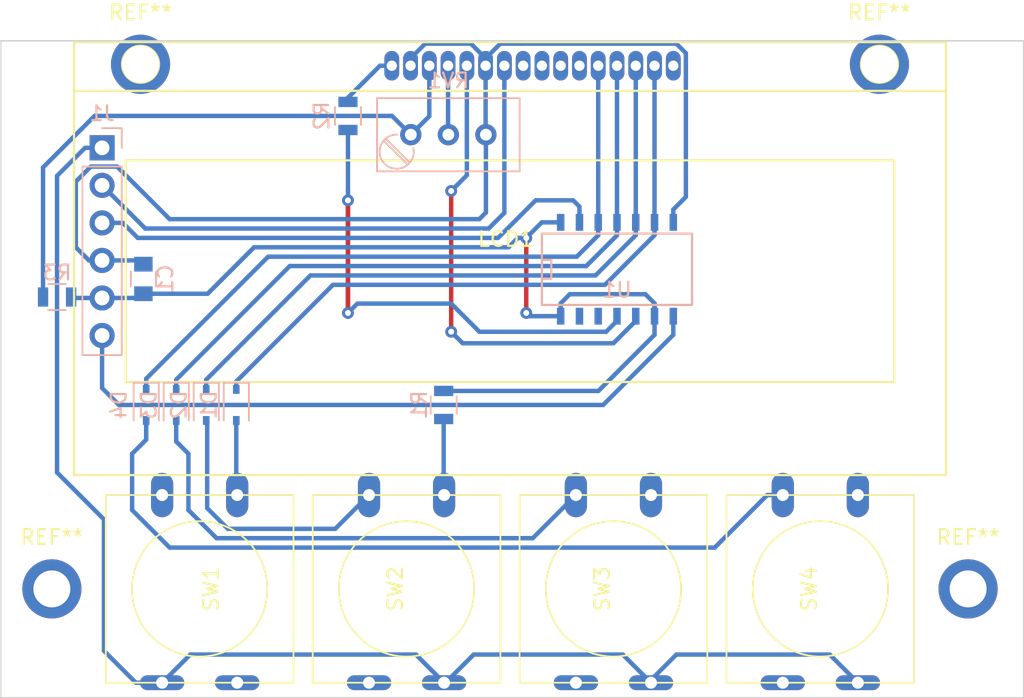
<source format=kicad_pcb>
(kicad_pcb (version 4) (host pcbnew 4.0.6-e0-6349~52~ubuntu16.10.1)

  (general
    (links 45)
    (no_connects 9)
    (area 192.491214 68.177 274.319786 115.567001)
    (thickness 1.6)
    (drawings 4)
    (tracks 180)
    (zones 0)
    (modules 20)
    (nets 27)
  )

  (page A4)
  (layers
    (0 F.Cu signal)
    (31 B.Cu signal)
    (32 B.Adhes user)
    (33 F.Adhes user hide)
    (34 B.Paste user)
    (35 F.Paste user)
    (36 B.SilkS user)
    (37 F.SilkS user)
    (38 B.Mask user hide)
    (39 F.Mask user hide)
    (40 Dwgs.User user hide)
    (41 Cmts.User user hide)
    (42 Eco1.User user hide)
    (43 Eco2.User user hide)
    (44 Edge.Cuts user)
    (45 Margin user hide)
    (46 B.CrtYd user hide)
    (47 F.CrtYd user hide)
    (48 B.Fab user hide)
    (49 F.Fab user hide)
  )

  (setup
    (last_trace_width 0.3)
    (user_trace_width 0.3)
    (trace_clearance 0.2)
    (zone_clearance 0.508)
    (zone_45_only no)
    (trace_min 0.2)
    (segment_width 0.1)
    (edge_width 0.1)
    (via_size 0.6)
    (via_drill 0.4)
    (via_min_size 0.4)
    (via_min_drill 0.3)
    (user_via 0.8 0.4)
    (uvia_size 0.3)
    (uvia_drill 0.1)
    (uvias_allowed no)
    (uvia_min_size 0.2)
    (uvia_min_drill 0.1)
    (pcb_text_width 0.3)
    (pcb_text_size 1.5 1.5)
    (mod_edge_width 0.15)
    (mod_text_size 1 1)
    (mod_text_width 0.15)
    (pad_size 3 1.5)
    (pad_drill 0.8128)
    (pad_to_mask_clearance 0.2)
    (aux_axis_origin 76.2 144.6)
    (grid_origin 76.2 144.6)
    (visible_elements FFFFFF7F)
    (pcbplotparams
      (layerselection 0x00030_80000001)
      (usegerberextensions false)
      (excludeedgelayer true)
      (linewidth 0.100000)
      (plotframeref false)
      (viasonmask false)
      (mode 1)
      (useauxorigin false)
      (hpglpennumber 1)
      (hpglpenspeed 20)
      (hpglpendiameter 15)
      (hpglpenoverlay 2)
      (psnegative false)
      (psa4output false)
      (plotreference true)
      (plotvalue true)
      (plotinvisibletext false)
      (padsonsilk false)
      (subtractmaskfromsilk false)
      (outputformat 4)
      (mirror false)
      (drillshape 0)
      (scaleselection 1)
      (outputdirectory ""))
  )

  (net 0 "")
  (net 1 +5V)
  (net 2 GND)
  (net 3 "Net-(D1-Pad1)")
  (net 4 "Net-(D1-Pad2)")
  (net 5 "Net-(D2-Pad1)")
  (net 6 "Net-(D2-Pad2)")
  (net 7 "Net-(D3-Pad1)")
  (net 8 "Net-(D3-Pad2)")
  (net 9 "Net-(D4-Pad1)")
  (net 10 "Net-(D4-Pad2)")
  (net 11 "Net-(J1-Pad1)")
  (net 12 "Net-(J1-Pad2)")
  (net 13 "Net-(J1-Pad3)")
  (net 14 "Net-(J1-Pad6)")
  (net 15 "Net-(LCD1-Pad1)")
  (net 16 "Net-(LCD1-Pad4)")
  (net 17 "Net-(LCD1-Pad5)")
  (net 18 "Net-(LCD1-Pad8)")
  (net 19 "Net-(LCD1-Pad9)")
  (net 20 "Net-(LCD1-Pad10)")
  (net 21 "Net-(LCD1-Pad11)")
  (net 22 "Net-(LCD1-Pad16)")
  (net 23 "Net-(U1-Pad12)")
  (net 24 "Net-(U1-Pad13)")
  (net 25 "Net-(LCD1-Pad3)")
  (net 26 "Net-(R2-Pad1)")

  (net_class Default "Это класс цепей по умолчанию."
    (clearance 0.2)
    (trace_width 0.25)
    (via_dia 0.6)
    (via_drill 0.4)
    (uvia_dia 0.3)
    (uvia_drill 0.1)
    (add_net +5V)
    (add_net GND)
    (add_net "Net-(D1-Pad1)")
    (add_net "Net-(D1-Pad2)")
    (add_net "Net-(D2-Pad1)")
    (add_net "Net-(D2-Pad2)")
    (add_net "Net-(D3-Pad1)")
    (add_net "Net-(D3-Pad2)")
    (add_net "Net-(D4-Pad1)")
    (add_net "Net-(D4-Pad2)")
    (add_net "Net-(J1-Pad1)")
    (add_net "Net-(J1-Pad2)")
    (add_net "Net-(J1-Pad3)")
    (add_net "Net-(J1-Pad6)")
    (add_net "Net-(LCD1-Pad1)")
    (add_net "Net-(LCD1-Pad10)")
    (add_net "Net-(LCD1-Pad11)")
    (add_net "Net-(LCD1-Pad16)")
    (add_net "Net-(LCD1-Pad3)")
    (add_net "Net-(LCD1-Pad4)")
    (add_net "Net-(LCD1-Pad5)")
    (add_net "Net-(LCD1-Pad8)")
    (add_net "Net-(LCD1-Pad9)")
    (add_net "Net-(R2-Pad1)")
    (add_net "Net-(U1-Pad12)")
    (add_net "Net-(U1-Pad13)")
  )

  (module Potentiometers:Potentiometer_Trimmer_Bourns_3296W (layer B.Cu) (tedit 58826ECB) (tstamp 59231BD2)
    (at 106.4895 105.865 180)
    (descr "Spindle Trimmer Potentiometer, Bourns 3296W, https://www.bourns.com/pdfs/3296.pdf")
    (tags "Spindle Trimmer Potentiometer   Bourns 3296W")
    (path /59236201)
    (fp_text reference RV1 (at -2.54 3.66 180) (layer B.SilkS)
      (effects (font (size 1 1) (thickness 0.15)) (justify mirror))
    )
    (fp_text value 10K (at -2.54 -3.67 180) (layer B.Fab)
      (effects (font (size 1 1) (thickness 0.15)) (justify mirror))
    )
    (fp_arc (start 0.955 -1.15) (end 0.955 -2.305) (angle 182) (layer B.SilkS) (width 0.12))
    (fp_arc (start 0.955 -1.15) (end -0.174 -0.91) (angle 103) (layer B.SilkS) (width 0.12))
    (fp_circle (center 0.955 -1.15) (end 2.05 -1.15) (layer B.Fab) (width 0.1))
    (fp_line (start -7.305 2.41) (end -7.305 -2.42) (layer B.Fab) (width 0.1))
    (fp_line (start -7.305 -2.42) (end 2.225 -2.42) (layer B.Fab) (width 0.1))
    (fp_line (start 2.225 -2.42) (end 2.225 2.41) (layer B.Fab) (width 0.1))
    (fp_line (start 2.225 2.41) (end -7.305 2.41) (layer B.Fab) (width 0.1))
    (fp_line (start 1.786 -0.454) (end 0.259 -1.981) (layer B.Fab) (width 0.1))
    (fp_line (start 1.652 -0.32) (end 0.125 -1.847) (layer B.Fab) (width 0.1))
    (fp_line (start -7.365 2.47) (end 2.285 2.47) (layer B.SilkS) (width 0.12))
    (fp_line (start -7.365 -2.481) (end 2.285 -2.481) (layer B.SilkS) (width 0.12))
    (fp_line (start -7.365 2.47) (end -7.365 -2.481) (layer B.SilkS) (width 0.12))
    (fp_line (start 2.285 2.47) (end 2.285 -2.481) (layer B.SilkS) (width 0.12))
    (fp_line (start 1.831 -0.416) (end 0.22 -2.026) (layer B.SilkS) (width 0.12))
    (fp_line (start 1.691 -0.275) (end 0.079 -1.885) (layer B.SilkS) (width 0.12))
    (fp_line (start -7.6 2.7) (end -7.6 -2.7) (layer B.CrtYd) (width 0.05))
    (fp_line (start -7.6 -2.7) (end 2.5 -2.7) (layer B.CrtYd) (width 0.05))
    (fp_line (start 2.5 -2.7) (end 2.5 2.7) (layer B.CrtYd) (width 0.05))
    (fp_line (start 2.5 2.7) (end -7.6 2.7) (layer B.CrtYd) (width 0.05))
    (pad 1 thru_hole circle (at 0 0 180) (size 1.44 1.44) (drill 0.8) (layers *.Cu *.Mask)
      (net 25 "Net-(LCD1-Pad3)"))
    (pad 2 thru_hole circle (at -2.54 0 180) (size 1.44 1.44) (drill 0.8) (layers *.Cu *.Mask)
      (net 16 "Net-(LCD1-Pad4)"))
    (pad 3 thru_hole circle (at -5.08 0 180) (size 1.44 1.44) (drill 0.8) (layers *.Cu *.Mask)
      (net 2 GND))
    (model Potentiometers.3dshapes/Potentiometer_Trimmer_Bourns_3296W.wrl
      (at (xyz 0 0 0))
      (scale (xyz 1 1 1))
      (rotate (xyz 0 0 -90))
    )
  )

  (module Socket_Strips:Socket_Strip_Straight_1x06_Pitch2.54mm (layer B.Cu) (tedit 58CD5446) (tstamp 59231B79)
    (at 85.598 106.754 180)
    (descr "Through hole straight socket strip, 1x06, 2.54mm pitch, single row")
    (tags "Through hole socket strip THT 1x06 2.54mm single row")
    (path /592164B0)
    (fp_text reference J1 (at 0 2.33 180) (layer B.SilkS)
      (effects (font (size 1 1) (thickness 0.15)) (justify mirror))
    )
    (fp_text value CONN_01X06 (at 0 -15.03 180) (layer B.Fab)
      (effects (font (size 1 1) (thickness 0.15)) (justify mirror))
    )
    (fp_line (start -1.27 1.27) (end -1.27 -13.97) (layer B.Fab) (width 0.1))
    (fp_line (start -1.27 -13.97) (end 1.27 -13.97) (layer B.Fab) (width 0.1))
    (fp_line (start 1.27 -13.97) (end 1.27 1.27) (layer B.Fab) (width 0.1))
    (fp_line (start 1.27 1.27) (end -1.27 1.27) (layer B.Fab) (width 0.1))
    (fp_line (start -1.33 -1.27) (end -1.33 -14.03) (layer B.SilkS) (width 0.12))
    (fp_line (start -1.33 -14.03) (end 1.33 -14.03) (layer B.SilkS) (width 0.12))
    (fp_line (start 1.33 -14.03) (end 1.33 -1.27) (layer B.SilkS) (width 0.12))
    (fp_line (start 1.33 -1.27) (end -1.33 -1.27) (layer B.SilkS) (width 0.12))
    (fp_line (start -1.33 0) (end -1.33 1.33) (layer B.SilkS) (width 0.12))
    (fp_line (start -1.33 1.33) (end 0 1.33) (layer B.SilkS) (width 0.12))
    (fp_line (start -1.8 1.8) (end -1.8 -14.5) (layer B.CrtYd) (width 0.05))
    (fp_line (start -1.8 -14.5) (end 1.8 -14.5) (layer B.CrtYd) (width 0.05))
    (fp_line (start 1.8 -14.5) (end 1.8 1.8) (layer B.CrtYd) (width 0.05))
    (fp_line (start 1.8 1.8) (end -1.8 1.8) (layer B.CrtYd) (width 0.05))
    (fp_text user %R (at 0 2.33 180) (layer B.Fab)
      (effects (font (size 1 1) (thickness 0.15)) (justify mirror))
    )
    (pad 1 thru_hole rect (at 0 0 180) (size 1.7 1.7) (drill 1) (layers *.Cu *.Mask)
      (net 11 "Net-(J1-Pad1)"))
    (pad 2 thru_hole oval (at 0 -2.54 180) (size 1.7 1.7) (drill 1) (layers *.Cu *.Mask)
      (net 12 "Net-(J1-Pad2)"))
    (pad 3 thru_hole oval (at 0 -5.08 180) (size 1.7 1.7) (drill 1) (layers *.Cu *.Mask)
      (net 13 "Net-(J1-Pad3)"))
    (pad 4 thru_hole oval (at 0 -7.62 180) (size 1.7 1.7) (drill 1) (layers *.Cu *.Mask)
      (net 2 GND))
    (pad 5 thru_hole oval (at 0 -10.16 180) (size 1.7 1.7) (drill 1) (layers *.Cu *.Mask)
      (net 1 +5V))
    (pad 6 thru_hole oval (at 0 -12.7 180) (size 1.7 1.7) (drill 1) (layers *.Cu *.Mask)
      (net 14 "Net-(J1-Pad6)"))
    (model ${KISYS3DMOD}/Socket_Strips.3dshapes/Socket_Strip_Straight_1x06_Pitch2.54mm.wrl
      (at (xyz 0 -0.25 0))
      (scale (xyz 1 1 1))
      (rotate (xyz 0 0 270))
    )
  )

  (module Buttons_Switches_THT:SW_PUSH-12mm locked (layer F.Cu) (tedit 5933F960) (tstamp 59231BDF)
    (at 92.2 136.6 270)
    (path /592306B6)
    (fp_text reference SW1 (at 0 -0.762 270) (layer F.SilkS)
      (effects (font (size 1 1) (thickness 0.15)))
    )
    (fp_text value MENU (at 0 1.016 270) (layer F.Fab)
      (effects (font (size 1 1) (thickness 0.15)))
    )
    (fp_circle (center 0 0) (end 3.81 2.54) (layer F.SilkS) (width 0.12))
    (fp_line (start -6.35 -6.35) (end 6.35 -6.35) (layer F.SilkS) (width 0.12))
    (fp_line (start 6.35 -6.35) (end 6.35 6.35) (layer F.SilkS) (width 0.12))
    (fp_line (start 6.35 6.35) (end -6.35 6.35) (layer F.SilkS) (width 0.12))
    (fp_line (start -6.35 6.35) (end -6.35 -6.35) (layer F.SilkS) (width 0.12))
    (pad 1 thru_hole oval (at 6.35 -2.54) (size 3 1) (drill 0.8128) (layers *.Cu *.Mask)
      (net 4 "Net-(D1-Pad2)"))
    (pad 2 thru_hole oval (at 6.35 2.54) (size 3 1) (drill 0.8128) (layers *.Cu *.Mask)
      (net 11 "Net-(J1-Pad1)"))
    (pad 1 thru_hole oval (at -6.35 -2.54 270) (size 3 1.5) (drill 0.8128) (layers *.Cu *.Mask)
      (net 4 "Net-(D1-Pad2)"))
    (pad 2 thru_hole oval (at -6.35 2.54 270) (size 3 1.5) (drill 0.8128) (layers *.Cu *.Mask)
      (net 11 "Net-(J1-Pad1)"))
    (model Buttons_Switches_THT.3dshapes/SW_PUSH-12mm.wrl
      (at (xyz 0 0 0))
      (scale (xyz 4 4 4))
      (rotate (xyz 0 0 0))
    )
  )

  (module Mounting_Holes:MountingHole_2.5mm_Pad (layer F.Cu) (tedit 59294DC0) (tstamp 59295173)
    (at 138.2 101.1)
    (descr "Mounting Hole 2.5mm")
    (tags "mounting hole 2.5mm")
    (fp_text reference REF** (at 0 -3.5) (layer F.SilkS)
      (effects (font (size 1 1) (thickness 0.15)))
    )
    (fp_text value MountingHole_2.5mm_Pad (at 0 3.5) (layer F.Fab)
      (effects (font (size 1 1) (thickness 0.15)))
    )
    (fp_circle (center 0 0) (end 2.5 0) (layer Cmts.User) (width 0.15))
    (fp_circle (center 0 0) (end 2.75 0) (layer F.CrtYd) (width 0.05))
    (pad 1 thru_hole circle (at 0 0) (size 4 4) (drill 2.5) (layers *.Cu *.Mask))
  )

  (module Mounting_Holes:MountingHole_2.5mm_Pad locked (layer F.Cu) (tedit 59294DC0) (tstamp 5929513E)
    (at 144.2 136.6)
    (descr "Mounting Hole 2.5mm")
    (tags "mounting hole 2.5mm")
    (fp_text reference REF** (at 0 -3.5) (layer F.SilkS)
      (effects (font (size 1 1) (thickness 0.15)))
    )
    (fp_text value MountingHole_2.5mm_Pad (at 0 3.5) (layer F.Fab)
      (effects (font (size 1 1) (thickness 0.15)))
    )
    (fp_circle (center 0 0) (end 2.5 0) (layer Cmts.User) (width 0.15))
    (fp_circle (center 0 0) (end 2.75 0) (layer F.CrtYd) (width 0.05))
    (pad 1 thru_hole circle (at 0 0) (size 4 4) (drill 2.5) (layers *.Cu *.Mask))
  )

  (module Mounting_Holes:MountingHole_2.5mm_Pad locked (layer F.Cu) (tedit 59294DC0) (tstamp 592950C0)
    (at 82.2 136.6)
    (descr "Mounting Hole 2.5mm")
    (tags "mounting hole 2.5mm")
    (fp_text reference REF** (at 0 -3.5) (layer F.SilkS)
      (effects (font (size 1 1) (thickness 0.15)))
    )
    (fp_text value MountingHole_2.5mm_Pad (at 0 3.5) (layer F.Fab)
      (effects (font (size 1 1) (thickness 0.15)))
    )
    (fp_circle (center 0 0) (end 2.5 0) (layer Cmts.User) (width 0.15))
    (fp_circle (center 0 0) (end 2.75 0) (layer F.CrtYd) (width 0.05))
    (pad 1 thru_hole circle (at 0 0) (size 4 4) (drill 2.5) (layers *.Cu *.Mask))
  )

  (module Capacitors_SMD:C_0805 (layer B.Cu) (tedit 58AA8463) (tstamp 59231B00)
    (at 88.392 115.628 90)
    (descr "Capacitor SMD 0805, reflow soldering, AVX (see smccp.pdf)")
    (tags "capacitor 0805")
    (path /592315F5)
    (attr smd)
    (fp_text reference C1 (at 0 1.5 90) (layer B.SilkS)
      (effects (font (size 1 1) (thickness 0.15)) (justify mirror))
    )
    (fp_text value 100n (at 0 -1.75 90) (layer B.Fab)
      (effects (font (size 1 1) (thickness 0.15)) (justify mirror))
    )
    (fp_text user %R (at 0 1.5 90) (layer B.Fab)
      (effects (font (size 1 1) (thickness 0.15)) (justify mirror))
    )
    (fp_line (start -1 -0.62) (end -1 0.62) (layer B.Fab) (width 0.1))
    (fp_line (start 1 -0.62) (end -1 -0.62) (layer B.Fab) (width 0.1))
    (fp_line (start 1 0.62) (end 1 -0.62) (layer B.Fab) (width 0.1))
    (fp_line (start -1 0.62) (end 1 0.62) (layer B.Fab) (width 0.1))
    (fp_line (start 0.5 0.85) (end -0.5 0.85) (layer B.SilkS) (width 0.12))
    (fp_line (start -0.5 -0.85) (end 0.5 -0.85) (layer B.SilkS) (width 0.12))
    (fp_line (start -1.75 0.88) (end 1.75 0.88) (layer B.CrtYd) (width 0.05))
    (fp_line (start -1.75 0.88) (end -1.75 -0.87) (layer B.CrtYd) (width 0.05))
    (fp_line (start 1.75 -0.87) (end 1.75 0.88) (layer B.CrtYd) (width 0.05))
    (fp_line (start 1.75 -0.87) (end -1.75 -0.87) (layer B.CrtYd) (width 0.05))
    (pad 1 smd rect (at -1 0 90) (size 1 1.25) (layers B.Cu B.Paste B.Mask)
      (net 1 +5V))
    (pad 2 smd rect (at 1 0 90) (size 1 1.25) (layers B.Cu B.Paste B.Mask)
      (net 2 GND))
    (model Capacitors_SMD.3dshapes/C_0805.wrl
      (at (xyz 0 0 0))
      (scale (xyz 1 1 1))
      (rotate (xyz 0 0 0))
    )
  )

  (module Diodes_SMD:D_SOD-323 (layer B.Cu) (tedit 58641739) (tstamp 59231B18)
    (at 94.6785 124.153 270)
    (descr SOD-323)
    (tags SOD-323)
    (path /59231249)
    (attr smd)
    (fp_text reference D1 (at 0 1.85 270) (layer B.SilkS)
      (effects (font (size 1 1) (thickness 0.15)) (justify mirror))
    )
    (fp_text value BAS316 (at 0.1 -1.9 270) (layer B.Fab)
      (effects (font (size 1 1) (thickness 0.15)) (justify mirror))
    )
    (fp_text user %R (at 0 1.85 270) (layer B.Fab)
      (effects (font (size 1 1) (thickness 0.15)) (justify mirror))
    )
    (fp_line (start -1.5 0.85) (end -1.5 -0.85) (layer B.SilkS) (width 0.12))
    (fp_line (start 0.2 0) (end 0.45 0) (layer B.Fab) (width 0.1))
    (fp_line (start 0.2 -0.35) (end -0.3 0) (layer B.Fab) (width 0.1))
    (fp_line (start 0.2 0.35) (end 0.2 -0.35) (layer B.Fab) (width 0.1))
    (fp_line (start -0.3 0) (end 0.2 0.35) (layer B.Fab) (width 0.1))
    (fp_line (start -0.3 0) (end -0.5 0) (layer B.Fab) (width 0.1))
    (fp_line (start -0.3 0.35) (end -0.3 -0.35) (layer B.Fab) (width 0.1))
    (fp_line (start -0.9 -0.7) (end -0.9 0.7) (layer B.Fab) (width 0.1))
    (fp_line (start 0.9 -0.7) (end -0.9 -0.7) (layer B.Fab) (width 0.1))
    (fp_line (start 0.9 0.7) (end 0.9 -0.7) (layer B.Fab) (width 0.1))
    (fp_line (start -0.9 0.7) (end 0.9 0.7) (layer B.Fab) (width 0.1))
    (fp_line (start -1.6 0.95) (end 1.6 0.95) (layer B.CrtYd) (width 0.05))
    (fp_line (start 1.6 0.95) (end 1.6 -0.95) (layer B.CrtYd) (width 0.05))
    (fp_line (start -1.6 -0.95) (end 1.6 -0.95) (layer B.CrtYd) (width 0.05))
    (fp_line (start -1.6 0.95) (end -1.6 -0.95) (layer B.CrtYd) (width 0.05))
    (fp_line (start -1.5 -0.85) (end 1.05 -0.85) (layer B.SilkS) (width 0.12))
    (fp_line (start -1.5 0.85) (end 1.05 0.85) (layer B.SilkS) (width 0.12))
    (pad 1 smd rect (at -1.05 0 270) (size 0.6 0.45) (layers B.Cu B.Paste B.Mask)
      (net 3 "Net-(D1-Pad1)"))
    (pad 2 smd rect (at 1.05 0 270) (size 0.6 0.45) (layers B.Cu B.Paste B.Mask)
      (net 4 "Net-(D1-Pad2)"))
    (model ${KISYS3DMOD}/Diodes_SMD.3dshapes/D_SOD-323.wrl
      (at (xyz 0 0 0))
      (scale (xyz 1 1 1))
      (rotate (xyz 0 0 0))
    )
  )

  (module Diodes_SMD:D_SOD-323 (layer B.Cu) (tedit 58641739) (tstamp 59231B30)
    (at 92.6465 124.153 270)
    (descr SOD-323)
    (tags SOD-323)
    (path /592311DB)
    (attr smd)
    (fp_text reference D2 (at 0 1.85 270) (layer B.SilkS)
      (effects (font (size 1 1) (thickness 0.15)) (justify mirror))
    )
    (fp_text value BAS316 (at 0.1 -1.9 270) (layer B.Fab)
      (effects (font (size 1 1) (thickness 0.15)) (justify mirror))
    )
    (fp_text user %R (at 0 1.85 270) (layer B.Fab)
      (effects (font (size 1 1) (thickness 0.15)) (justify mirror))
    )
    (fp_line (start -1.5 0.85) (end -1.5 -0.85) (layer B.SilkS) (width 0.12))
    (fp_line (start 0.2 0) (end 0.45 0) (layer B.Fab) (width 0.1))
    (fp_line (start 0.2 -0.35) (end -0.3 0) (layer B.Fab) (width 0.1))
    (fp_line (start 0.2 0.35) (end 0.2 -0.35) (layer B.Fab) (width 0.1))
    (fp_line (start -0.3 0) (end 0.2 0.35) (layer B.Fab) (width 0.1))
    (fp_line (start -0.3 0) (end -0.5 0) (layer B.Fab) (width 0.1))
    (fp_line (start -0.3 0.35) (end -0.3 -0.35) (layer B.Fab) (width 0.1))
    (fp_line (start -0.9 -0.7) (end -0.9 0.7) (layer B.Fab) (width 0.1))
    (fp_line (start 0.9 -0.7) (end -0.9 -0.7) (layer B.Fab) (width 0.1))
    (fp_line (start 0.9 0.7) (end 0.9 -0.7) (layer B.Fab) (width 0.1))
    (fp_line (start -0.9 0.7) (end 0.9 0.7) (layer B.Fab) (width 0.1))
    (fp_line (start -1.6 0.95) (end 1.6 0.95) (layer B.CrtYd) (width 0.05))
    (fp_line (start 1.6 0.95) (end 1.6 -0.95) (layer B.CrtYd) (width 0.05))
    (fp_line (start -1.6 -0.95) (end 1.6 -0.95) (layer B.CrtYd) (width 0.05))
    (fp_line (start -1.6 0.95) (end -1.6 -0.95) (layer B.CrtYd) (width 0.05))
    (fp_line (start -1.5 -0.85) (end 1.05 -0.85) (layer B.SilkS) (width 0.12))
    (fp_line (start -1.5 0.85) (end 1.05 0.85) (layer B.SilkS) (width 0.12))
    (pad 1 smd rect (at -1.05 0 270) (size 0.6 0.45) (layers B.Cu B.Paste B.Mask)
      (net 5 "Net-(D2-Pad1)"))
    (pad 2 smd rect (at 1.05 0 270) (size 0.6 0.45) (layers B.Cu B.Paste B.Mask)
      (net 6 "Net-(D2-Pad2)"))
    (model ${KISYS3DMOD}/Diodes_SMD.3dshapes/D_SOD-323.wrl
      (at (xyz 0 0 0))
      (scale (xyz 1 1 1))
      (rotate (xyz 0 0 0))
    )
  )

  (module Diodes_SMD:D_SOD-323 (layer B.Cu) (tedit 58641739) (tstamp 59231B48)
    (at 90.6145 124.153 270)
    (descr SOD-323)
    (tags SOD-323)
    (path /59230EC7)
    (attr smd)
    (fp_text reference D3 (at 0 1.85 270) (layer B.SilkS)
      (effects (font (size 1 1) (thickness 0.15)) (justify mirror))
    )
    (fp_text value BAS316 (at 0.1 -1.9 270) (layer B.Fab)
      (effects (font (size 1 1) (thickness 0.15)) (justify mirror))
    )
    (fp_text user %R (at 0 1.85 270) (layer B.Fab)
      (effects (font (size 1 1) (thickness 0.15)) (justify mirror))
    )
    (fp_line (start -1.5 0.85) (end -1.5 -0.85) (layer B.SilkS) (width 0.12))
    (fp_line (start 0.2 0) (end 0.45 0) (layer B.Fab) (width 0.1))
    (fp_line (start 0.2 -0.35) (end -0.3 0) (layer B.Fab) (width 0.1))
    (fp_line (start 0.2 0.35) (end 0.2 -0.35) (layer B.Fab) (width 0.1))
    (fp_line (start -0.3 0) (end 0.2 0.35) (layer B.Fab) (width 0.1))
    (fp_line (start -0.3 0) (end -0.5 0) (layer B.Fab) (width 0.1))
    (fp_line (start -0.3 0.35) (end -0.3 -0.35) (layer B.Fab) (width 0.1))
    (fp_line (start -0.9 -0.7) (end -0.9 0.7) (layer B.Fab) (width 0.1))
    (fp_line (start 0.9 -0.7) (end -0.9 -0.7) (layer B.Fab) (width 0.1))
    (fp_line (start 0.9 0.7) (end 0.9 -0.7) (layer B.Fab) (width 0.1))
    (fp_line (start -0.9 0.7) (end 0.9 0.7) (layer B.Fab) (width 0.1))
    (fp_line (start -1.6 0.95) (end 1.6 0.95) (layer B.CrtYd) (width 0.05))
    (fp_line (start 1.6 0.95) (end 1.6 -0.95) (layer B.CrtYd) (width 0.05))
    (fp_line (start -1.6 -0.95) (end 1.6 -0.95) (layer B.CrtYd) (width 0.05))
    (fp_line (start -1.6 0.95) (end -1.6 -0.95) (layer B.CrtYd) (width 0.05))
    (fp_line (start -1.5 -0.85) (end 1.05 -0.85) (layer B.SilkS) (width 0.12))
    (fp_line (start -1.5 0.85) (end 1.05 0.85) (layer B.SilkS) (width 0.12))
    (pad 1 smd rect (at -1.05 0 270) (size 0.6 0.45) (layers B.Cu B.Paste B.Mask)
      (net 7 "Net-(D3-Pad1)"))
    (pad 2 smd rect (at 1.05 0 270) (size 0.6 0.45) (layers B.Cu B.Paste B.Mask)
      (net 8 "Net-(D3-Pad2)"))
    (model ${KISYS3DMOD}/Diodes_SMD.3dshapes/D_SOD-323.wrl
      (at (xyz 0 0 0))
      (scale (xyz 1 1 1))
      (rotate (xyz 0 0 0))
    )
  )

  (module Diodes_SMD:D_SOD-323 (layer B.Cu) (tedit 58641739) (tstamp 59231B60)
    (at 88.5825 124.153 270)
    (descr SOD-323)
    (tags SOD-323)
    (path /59230BEC)
    (attr smd)
    (fp_text reference D4 (at 0 1.85 270) (layer B.SilkS)
      (effects (font (size 1 1) (thickness 0.15)) (justify mirror))
    )
    (fp_text value BAS316 (at 0.1 -1.9 270) (layer B.Fab)
      (effects (font (size 1 1) (thickness 0.15)) (justify mirror))
    )
    (fp_text user %R (at 0 1.85 270) (layer B.Fab)
      (effects (font (size 1 1) (thickness 0.15)) (justify mirror))
    )
    (fp_line (start -1.5 0.85) (end -1.5 -0.85) (layer B.SilkS) (width 0.12))
    (fp_line (start 0.2 0) (end 0.45 0) (layer B.Fab) (width 0.1))
    (fp_line (start 0.2 -0.35) (end -0.3 0) (layer B.Fab) (width 0.1))
    (fp_line (start 0.2 0.35) (end 0.2 -0.35) (layer B.Fab) (width 0.1))
    (fp_line (start -0.3 0) (end 0.2 0.35) (layer B.Fab) (width 0.1))
    (fp_line (start -0.3 0) (end -0.5 0) (layer B.Fab) (width 0.1))
    (fp_line (start -0.3 0.35) (end -0.3 -0.35) (layer B.Fab) (width 0.1))
    (fp_line (start -0.9 -0.7) (end -0.9 0.7) (layer B.Fab) (width 0.1))
    (fp_line (start 0.9 -0.7) (end -0.9 -0.7) (layer B.Fab) (width 0.1))
    (fp_line (start 0.9 0.7) (end 0.9 -0.7) (layer B.Fab) (width 0.1))
    (fp_line (start -0.9 0.7) (end 0.9 0.7) (layer B.Fab) (width 0.1))
    (fp_line (start -1.6 0.95) (end 1.6 0.95) (layer B.CrtYd) (width 0.05))
    (fp_line (start 1.6 0.95) (end 1.6 -0.95) (layer B.CrtYd) (width 0.05))
    (fp_line (start -1.6 -0.95) (end 1.6 -0.95) (layer B.CrtYd) (width 0.05))
    (fp_line (start -1.6 0.95) (end -1.6 -0.95) (layer B.CrtYd) (width 0.05))
    (fp_line (start -1.5 -0.85) (end 1.05 -0.85) (layer B.SilkS) (width 0.12))
    (fp_line (start -1.5 0.85) (end 1.05 0.85) (layer B.SilkS) (width 0.12))
    (pad 1 smd rect (at -1.05 0 270) (size 0.6 0.45) (layers B.Cu B.Paste B.Mask)
      (net 9 "Net-(D4-Pad1)"))
    (pad 2 smd rect (at 1.05 0 270) (size 0.6 0.45) (layers B.Cu B.Paste B.Mask)
      (net 10 "Net-(D4-Pad2)"))
    (model ${KISYS3DMOD}/Diodes_SMD.3dshapes/D_SOD-323.wrl
      (at (xyz 0 0 0))
      (scale (xyz 1 1 1))
      (rotate (xyz 0 0 0))
    )
  )

  (module Resistors_SMD:R_0805 (layer B.Cu) (tedit 58E0A804) (tstamp 59231BA7)
    (at 108.712 124.1555 270)
    (descr "Resistor SMD 0805, reflow soldering, Vishay (see dcrcw.pdf)")
    (tags "resistor 0805")
    (path /59231584)
    (attr smd)
    (fp_text reference R1 (at 0 1.65 270) (layer B.SilkS)
      (effects (font (size 1 1) (thickness 0.15)) (justify mirror))
    )
    (fp_text value 1K (at 0 -1.75 270) (layer B.Fab)
      (effects (font (size 1 1) (thickness 0.15)) (justify mirror))
    )
    (fp_text user %R (at 0 0 270) (layer B.Fab)
      (effects (font (size 0.5 0.5) (thickness 0.075)) (justify mirror))
    )
    (fp_line (start -1 -0.62) (end -1 0.62) (layer B.Fab) (width 0.1))
    (fp_line (start 1 -0.62) (end -1 -0.62) (layer B.Fab) (width 0.1))
    (fp_line (start 1 0.62) (end 1 -0.62) (layer B.Fab) (width 0.1))
    (fp_line (start -1 0.62) (end 1 0.62) (layer B.Fab) (width 0.1))
    (fp_line (start 0.6 -0.88) (end -0.6 -0.88) (layer B.SilkS) (width 0.12))
    (fp_line (start -0.6 0.88) (end 0.6 0.88) (layer B.SilkS) (width 0.12))
    (fp_line (start -1.55 0.9) (end 1.55 0.9) (layer B.CrtYd) (width 0.05))
    (fp_line (start -1.55 0.9) (end -1.55 -0.9) (layer B.CrtYd) (width 0.05))
    (fp_line (start 1.55 -0.9) (end 1.55 0.9) (layer B.CrtYd) (width 0.05))
    (fp_line (start 1.55 -0.9) (end -1.55 -0.9) (layer B.CrtYd) (width 0.05))
    (pad 1 smd rect (at -0.95 0 270) (size 0.7 1.3) (layers B.Cu B.Paste B.Mask)
      (net 1 +5V))
    (pad 2 smd rect (at 0.95 0 270) (size 0.7 1.3) (layers B.Cu B.Paste B.Mask)
      (net 11 "Net-(J1-Pad1)"))
    (model ${KISYS3DMOD}/Resistors_SMD.3dshapes/R_0805.wrl
      (at (xyz 0 0 0))
      (scale (xyz 1 1 1))
      (rotate (xyz 0 0 0))
    )
  )

  (module Resistors_SMD:R_0805 (layer B.Cu) (tedit 58E0A804) (tstamp 59231BB8)
    (at 102.235 104.5975 90)
    (descr "Resistor SMD 0805, reflow soldering, Vishay (see dcrcw.pdf)")
    (tags "resistor 0805")
    (path /592339F0)
    (attr smd)
    (fp_text reference R2 (at 0.0025 -1.778 90) (layer B.SilkS)
      (effects (font (size 1 1) (thickness 0.15)) (justify mirror))
    )
    (fp_text value 50R (at 0 -1.75 90) (layer B.Fab)
      (effects (font (size 1 1) (thickness 0.15)) (justify mirror))
    )
    (fp_text user %R (at 0 0 90) (layer B.Fab)
      (effects (font (size 0.5 0.5) (thickness 0.075)) (justify mirror))
    )
    (fp_line (start -1 -0.62) (end -1 0.62) (layer B.Fab) (width 0.1))
    (fp_line (start 1 -0.62) (end -1 -0.62) (layer B.Fab) (width 0.1))
    (fp_line (start 1 0.62) (end 1 -0.62) (layer B.Fab) (width 0.1))
    (fp_line (start -1 0.62) (end 1 0.62) (layer B.Fab) (width 0.1))
    (fp_line (start 0.6 -0.88) (end -0.6 -0.88) (layer B.SilkS) (width 0.12))
    (fp_line (start -0.6 0.88) (end 0.6 0.88) (layer B.SilkS) (width 0.12))
    (fp_line (start -1.55 0.9) (end 1.55 0.9) (layer B.CrtYd) (width 0.05))
    (fp_line (start -1.55 0.9) (end -1.55 -0.9) (layer B.CrtYd) (width 0.05))
    (fp_line (start 1.55 -0.9) (end 1.55 0.9) (layer B.CrtYd) (width 0.05))
    (fp_line (start 1.55 -0.9) (end -1.55 -0.9) (layer B.CrtYd) (width 0.05))
    (pad 1 smd rect (at -0.95 0 90) (size 0.7 1.3) (layers B.Cu B.Paste B.Mask)
      (net 26 "Net-(R2-Pad1)"))
    (pad 2 smd rect (at 0.95 0 90) (size 0.7 1.3) (layers B.Cu B.Paste B.Mask)
      (net 15 "Net-(LCD1-Pad1)"))
    (model ${KISYS3DMOD}/Resistors_SMD.3dshapes/R_0805.wrl
      (at (xyz 0 0 0))
      (scale (xyz 1 1 1))
      (rotate (xyz 0 0 0))
    )
  )

  (module Buttons_Switches_THT:SW_PUSH-12mm locked (layer F.Cu) (tedit 5933F97B) (tstamp 59231BEC)
    (at 106.2 136.6 90)
    (path /59230705)
    (fp_text reference SW2 (at 0 -0.762 90) (layer F.SilkS)
      (effects (font (size 1 1) (thickness 0.15)))
    )
    (fp_text value DOWN (at 0 1.016 90) (layer F.Fab)
      (effects (font (size 1 1) (thickness 0.15)))
    )
    (fp_circle (center 0 0) (end 3.81 2.54) (layer F.SilkS) (width 0.12))
    (fp_line (start -6.35 -6.35) (end 6.35 -6.35) (layer F.SilkS) (width 0.12))
    (fp_line (start 6.35 -6.35) (end 6.35 6.35) (layer F.SilkS) (width 0.12))
    (fp_line (start 6.35 6.35) (end -6.35 6.35) (layer F.SilkS) (width 0.12))
    (fp_line (start -6.35 6.35) (end -6.35 -6.35) (layer F.SilkS) (width 0.12))
    (pad 1 thru_hole oval (at 6.35 -2.54 90) (size 3 1.5) (drill 0.8128) (layers *.Cu *.Mask)
      (net 6 "Net-(D2-Pad2)"))
    (pad 2 thru_hole oval (at 6.35 2.54 90) (size 3 1.5) (drill 0.8128) (layers *.Cu *.Mask)
      (net 11 "Net-(J1-Pad1)"))
    (pad 1 thru_hole oval (at -6.35 -2.54 180) (size 3 1) (drill 0.8128) (layers *.Cu *.Mask)
      (net 6 "Net-(D2-Pad2)"))
    (pad 2 thru_hole oval (at -6.35 2.54 180) (size 3 1) (drill 0.8128) (layers *.Cu *.Mask)
      (net 11 "Net-(J1-Pad1)"))
    (model Buttons_Switches_THT.3dshapes/SW_PUSH-12mm.wrl
      (at (xyz 0 0 0))
      (scale (xyz 4 4 4))
      (rotate (xyz 0 0 0))
    )
  )

  (module Buttons_Switches_THT:SW_PUSH-12mm locked (layer F.Cu) (tedit 5933FAB7) (tstamp 59231BF9)
    (at 120.2 136.6 90)
    (path /59230730)
    (fp_text reference SW3 (at 0 -0.762 90) (layer F.SilkS)
      (effects (font (size 1 1) (thickness 0.15)))
    )
    (fp_text value UP (at 0 1.016 90) (layer F.Fab)
      (effects (font (size 1 1) (thickness 0.15)))
    )
    (fp_circle (center 0 0) (end 3.81 2.54) (layer F.SilkS) (width 0.12))
    (fp_line (start -6.35 -6.35) (end 6.35 -6.35) (layer F.SilkS) (width 0.12))
    (fp_line (start 6.35 -6.35) (end 6.35 6.35) (layer F.SilkS) (width 0.12))
    (fp_line (start 6.35 6.35) (end -6.35 6.35) (layer F.SilkS) (width 0.12))
    (fp_line (start -6.35 6.35) (end -6.35 -6.35) (layer F.SilkS) (width 0.12))
    (pad 1 thru_hole oval (at 6.35 -2.54 90) (size 3 1.5) (drill 0.8128) (layers *.Cu *.Mask)
      (net 8 "Net-(D3-Pad2)"))
    (pad 2 thru_hole oval (at 6.35 2.54 90) (size 3 1.5) (drill 0.8128) (layers *.Cu *.Mask)
      (net 11 "Net-(J1-Pad1)"))
    (pad 1 thru_hole oval (at -6.35 -2.54 180) (size 3 1) (drill 0.8128) (layers *.Cu *.Mask)
      (net 8 "Net-(D3-Pad2)"))
    (pad 2 thru_hole oval (at -6.35 2.54 180) (size 3 1) (drill 0.8128) (layers *.Cu *.Mask)
      (net 11 "Net-(J1-Pad1)"))
    (model Buttons_Switches_THT.3dshapes/SW_PUSH-12mm.wrl
      (at (xyz 0 0 0))
      (scale (xyz 4 4 4))
      (rotate (xyz 0 0 0))
    )
  )

  (module Buttons_Switches_THT:SW_PUSH-12mm locked (layer F.Cu) (tedit 5933FAC6) (tstamp 59231C06)
    (at 134.2 136.6 90)
    (path /59230777)
    (fp_text reference SW4 (at 0 -0.762 90) (layer F.SilkS)
      (effects (font (size 1 1) (thickness 0.15)))
    )
    (fp_text value OK (at 0 1.016 90) (layer F.Fab)
      (effects (font (size 1 1) (thickness 0.15)))
    )
    (fp_circle (center 0 0) (end 3.81 2.54) (layer F.SilkS) (width 0.12))
    (fp_line (start -6.35 -6.35) (end 6.35 -6.35) (layer F.SilkS) (width 0.12))
    (fp_line (start 6.35 -6.35) (end 6.35 6.35) (layer F.SilkS) (width 0.12))
    (fp_line (start 6.35 6.35) (end -6.35 6.35) (layer F.SilkS) (width 0.12))
    (fp_line (start -6.35 6.35) (end -6.35 -6.35) (layer F.SilkS) (width 0.12))
    (pad 1 thru_hole oval (at 6.35 -2.54 90) (size 3 1.5) (drill 0.8128) (layers *.Cu *.Mask)
      (net 10 "Net-(D4-Pad2)"))
    (pad 2 thru_hole oval (at 6.35 2.54 90) (size 3 1.5) (drill 0.8128) (layers *.Cu *.Mask)
      (net 11 "Net-(J1-Pad1)"))
    (pad 1 thru_hole oval (at -6.35 -2.54 180) (size 3 1) (drill 0.8128) (layers *.Cu *.Mask)
      (net 10 "Net-(D4-Pad2)"))
    (pad 2 thru_hole oval (at -6.35 2.54 180) (size 3 1) (drill 0.8128) (layers *.Cu *.Mask)
      (net 11 "Net-(J1-Pad1)"))
    (model Buttons_Switches_THT.3dshapes/SW_PUSH-12mm.wrl
      (at (xyz 0 0 0))
      (scale (xyz 4 4 4))
      (rotate (xyz 0 0 0))
    )
  )

  (module SMD_Packages:SOIC-14_N locked (layer B.Cu) (tedit 0) (tstamp 59231C1F)
    (at 120.44 115.1)
    (descr "Module CMS SOJ 14 pins Large")
    (tags "CMS SOJ")
    (path /59231658)
    (attr smd)
    (fp_text reference U1 (at 0 1.27) (layer B.SilkS)
      (effects (font (size 1 1) (thickness 0.15)) (justify mirror))
    )
    (fp_text value 74164 (at 0 -1.27) (layer B.Fab)
      (effects (font (size 1 1) (thickness 0.15)) (justify mirror))
    )
    (fp_line (start 5.08 2.286) (end 5.08 -2.54) (layer B.SilkS) (width 0.15))
    (fp_line (start 5.08 -2.54) (end -5.08 -2.54) (layer B.SilkS) (width 0.15))
    (fp_line (start -5.08 -2.54) (end -5.08 2.286) (layer B.SilkS) (width 0.15))
    (fp_line (start -5.08 2.286) (end 5.08 2.286) (layer B.SilkS) (width 0.15))
    (fp_line (start -5.08 0.508) (end -4.445 0.508) (layer B.SilkS) (width 0.15))
    (fp_line (start -4.445 0.508) (end -4.445 -0.762) (layer B.SilkS) (width 0.15))
    (fp_line (start -4.445 -0.762) (end -5.08 -0.762) (layer B.SilkS) (width 0.15))
    (pad 1 smd rect (at -3.81 -3.302) (size 0.508 1.143) (layers B.Cu B.Paste B.Mask)
      (net 1 +5V))
    (pad 2 smd rect (at -2.54 -3.302) (size 0.508 1.143) (layers B.Cu B.Paste B.Mask)
      (net 13 "Net-(J1-Pad3)"))
    (pad 3 smd rect (at -1.27 -3.302) (size 0.508 1.143) (layers B.Cu B.Paste B.Mask)
      (net 9 "Net-(D4-Pad1)"))
    (pad 4 smd rect (at 0 -3.302) (size 0.508 1.143) (layers B.Cu B.Paste B.Mask)
      (net 7 "Net-(D3-Pad1)"))
    (pad 5 smd rect (at 1.27 -3.302) (size 0.508 1.143) (layers B.Cu B.Paste B.Mask)
      (net 5 "Net-(D2-Pad1)"))
    (pad 6 smd rect (at 2.54 -3.302) (size 0.508 1.143) (layers B.Cu B.Paste B.Mask)
      (net 3 "Net-(D1-Pad1)"))
    (pad 7 smd rect (at 3.81 -3.302) (size 0.508 1.143) (layers B.Cu B.Paste B.Mask)
      (net 2 GND))
    (pad 8 smd rect (at 3.81 3.048) (size 0.508 1.143) (layers B.Cu B.Paste B.Mask)
      (net 14 "Net-(J1-Pad6)"))
    (pad 9 smd rect (at 2.54 3.048) (size 0.508 1.143) (layers B.Cu B.Paste B.Mask)
      (net 1 +5V))
    (pad 11 smd rect (at 0 3.048) (size 0.508 1.143) (layers B.Cu B.Paste B.Mask)
      (net 26 "Net-(R2-Pad1)"))
    (pad 12 smd rect (at -1.27 3.048) (size 0.508 1.143) (layers B.Cu B.Paste B.Mask)
      (net 23 "Net-(U1-Pad12)"))
    (pad 13 smd rect (at -2.54 3.048) (size 0.508 1.143) (layers B.Cu B.Paste B.Mask)
      (net 24 "Net-(U1-Pad13)"))
    (pad 14 smd rect (at -3.81 3.048) (size 0.508 1.143) (layers B.Cu B.Paste B.Mask)
      (net 1 +5V))
    (pad 10 smd rect (at 1.27 3.048) (size 0.508 1.143) (layers B.Cu B.Paste B.Mask)
      (net 17 "Net-(LCD1-Pad5)"))
    (model SMD_Packages.3dshapes/SOIC-14_N.wrl
      (at (xyz 0 0 0))
      (scale (xyz 0.5 0.4 0.5))
      (rotate (xyz 0 0 0))
    )
  )

  (module Mounting_Holes:MountingHole_2.5mm_Pad (layer F.Cu) (tedit 59294DC0) (tstamp 59285CE5)
    (at 88.2 101.1)
    (descr "Mounting Hole 2.5mm")
    (tags "mounting hole 2.5mm")
    (fp_text reference REF** (at 0 -3.5) (layer F.SilkS)
      (effects (font (size 1 1) (thickness 0.15)))
    )
    (fp_text value MountingHole_2.5mm_Pad (at 0 3.5) (layer F.Fab)
      (effects (font (size 1 1) (thickness 0.15)))
    )
    (fp_circle (center 0 0) (end 2.5 0) (layer Cmts.User) (width 0.15))
    (fp_circle (center 0 0) (end 2.75 0) (layer F.CrtYd) (width 0.05))
    (pad 1 thru_hole circle (at 0 0) (size 4 4) (drill 2.5) (layers *.Cu *.Mask))
  )

  (module winstar:WH1602S locked (layer F.Cu) (tedit 592944F9) (tstamp 59231B96)
    (at 113.2 115.1)
    (descr WH1602S)
    (tags "WH1602, HD44780")
    (path /592097AA)
    (fp_text reference LCD1 (at -0.29 -2.165) (layer F.SilkS)
      (effects (font (size 1 1) (thickness 0.15)))
    )
    (fp_text value WH1602S (at -0.29 -4.705) (layer F.Fab)
      (effects (font (size 1 1) (thickness 0.15)))
    )
    (fp_circle (center 25 -14) (end 25 -12.75) (layer F.SilkS) (width 0.15))
    (fp_circle (center -25 -14) (end -25 -12.75) (layer F.SilkS) (width 0.15))
    (fp_line (start 26 -7.5) (end 26 7.5) (layer F.SilkS) (width 0.15))
    (fp_line (start -26 -7.5) (end -26 7.5) (layer F.SilkS) (width 0.15))
    (fp_line (start -26 7.5) (end 26 7.5) (layer F.SilkS) (width 0.15))
    (fp_line (start -26 -7.5) (end 26 -7.5) (layer F.SilkS) (width 0.15))
    (fp_line (start -29.5 -12.2) (end 29.5 -12.2) (layer F.SilkS) (width 0.15))
    (fp_line (start -29.5 -15.5) (end 29.5 -15.5) (layer F.SilkS) (width 0.15))
    (fp_line (start 29.5 -15.5) (end 29.5 13.8) (layer F.SilkS) (width 0.15))
    (fp_line (start 29.5 13.8) (end -29.5 13.8) (layer F.SilkS) (width 0.15))
    (fp_line (start -29.5 13.8) (end -29.5 -15.5) (layer F.SilkS) (width 0.15))
    (pad 1 thru_hole oval (at -8 -13.9) (size 1 2) (drill 0.7) (layers *.Cu *.Mask)
      (net 15 "Net-(LCD1-Pad1)"))
    (pad 2 thru_hole oval (at -6.73 -13.9) (size 1 2) (drill 0.7) (layers *.Cu *.Mask)
      (net 2 GND))
    (pad 3 thru_hole oval (at -5.46 -13.9) (size 1 2) (drill 0.7) (layers *.Cu *.Mask)
      (net 25 "Net-(LCD1-Pad3)"))
    (pad 4 thru_hole oval (at -4.19 -13.9) (size 1 2) (drill 0.7) (layers *.Cu *.Mask)
      (net 16 "Net-(LCD1-Pad4)"))
    (pad 5 thru_hole oval (at -2.92 -13.9) (size 1 2) (drill 0.7) (layers *.Cu *.Mask)
      (net 17 "Net-(LCD1-Pad5)"))
    (pad 6 thru_hole oval (at -1.65 -13.9) (size 1 2) (drill 0.7) (layers *.Cu *.Mask)
      (net 2 GND))
    (pad 7 thru_hole oval (at -0.38 -13.9) (size 1 2) (drill 0.7) (layers *.Cu *.Mask)
      (net 12 "Net-(J1-Pad2)"))
    (pad 8 thru_hole oval (at 0.89 -13.9) (size 1 2) (drill 0.7) (layers *.Cu *.Mask)
      (net 18 "Net-(LCD1-Pad8)"))
    (pad 9 thru_hole oval (at 2.16 -13.9) (size 1 2) (drill 0.7) (layers *.Cu *.Mask)
      (net 19 "Net-(LCD1-Pad9)"))
    (pad 10 thru_hole oval (at 3.43 -13.9) (size 1 2) (drill 0.7) (layers *.Cu *.Mask)
      (net 20 "Net-(LCD1-Pad10)"))
    (pad 11 thru_hole oval (at 4.7 -13.9) (size 1 2) (drill 0.7) (layers *.Cu *.Mask)
      (net 21 "Net-(LCD1-Pad11)"))
    (pad 12 thru_hole oval (at 5.97 -13.9) (size 1 2) (drill 0.7) (layers *.Cu *.Mask)
      (net 9 "Net-(D4-Pad1)"))
    (pad 13 thru_hole oval (at 7.24 -13.9) (size 1 2) (drill 0.7) (layers *.Cu *.Mask)
      (net 7 "Net-(D3-Pad1)"))
    (pad 14 thru_hole oval (at 8.51 -13.9) (size 1 2) (drill 0.7) (layers *.Cu *.Mask)
      (net 5 "Net-(D2-Pad1)"))
    (pad 15 thru_hole oval (at 9.78 -13.9) (size 1 2) (drill 0.7) (layers *.Cu *.Mask)
      (net 3 "Net-(D1-Pad1)"))
    (pad 16 thru_hole oval (at 11.05 -13.9) (size 1 2) (drill 0.7) (layers *.Cu *.Mask)
      (net 22 "Net-(LCD1-Pad16)"))
    (model ../../../../../home/ps/projects/sg-420m/hardware/freecad/wh1602s.wrl
      (at (xyz -1.161417 -0.543307 0.1968503937))
      (scale (xyz 0.393701 0.393701 0.393701))
      (rotate (xyz 0 0 0))
    )
  )

  (module Resistors_SMD:R_0805 (layer B.Cu) (tedit 58E0A804) (tstamp 5935248C)
    (at 82.5525 116.8505 180)
    (descr "Resistor SMD 0805, reflow soldering, Vishay (see dcrcw.pdf)")
    (tags "resistor 0805")
    (path /593524B8)
    (attr smd)
    (fp_text reference R3 (at 0 1.65 180) (layer B.SilkS)
      (effects (font (size 1 1) (thickness 0.15)) (justify mirror))
    )
    (fp_text value 0R (at 0 -1.75 180) (layer B.Fab)
      (effects (font (size 1 1) (thickness 0.15)) (justify mirror))
    )
    (fp_text user %R (at 0 0 180) (layer B.Fab)
      (effects (font (size 0.5 0.5) (thickness 0.075)) (justify mirror))
    )
    (fp_line (start -1 -0.62) (end -1 0.62) (layer B.Fab) (width 0.1))
    (fp_line (start 1 -0.62) (end -1 -0.62) (layer B.Fab) (width 0.1))
    (fp_line (start 1 0.62) (end 1 -0.62) (layer B.Fab) (width 0.1))
    (fp_line (start -1 0.62) (end 1 0.62) (layer B.Fab) (width 0.1))
    (fp_line (start 0.6 -0.88) (end -0.6 -0.88) (layer B.SilkS) (width 0.12))
    (fp_line (start -0.6 0.88) (end 0.6 0.88) (layer B.SilkS) (width 0.12))
    (fp_line (start -1.55 0.9) (end 1.55 0.9) (layer B.CrtYd) (width 0.05))
    (fp_line (start -1.55 0.9) (end -1.55 -0.9) (layer B.CrtYd) (width 0.05))
    (fp_line (start 1.55 -0.9) (end 1.55 0.9) (layer B.CrtYd) (width 0.05))
    (fp_line (start 1.55 -0.9) (end -1.55 -0.9) (layer B.CrtYd) (width 0.05))
    (pad 1 smd rect (at -0.95 0 180) (size 0.7 1.3) (layers B.Cu B.Paste B.Mask)
      (net 1 +5V))
    (pad 2 smd rect (at 0.95 0 180) (size 0.7 1.3) (layers B.Cu B.Paste B.Mask)
      (net 25 "Net-(LCD1-Pad3)"))
    (model ${KISYS3DMOD}/Resistors_SMD.3dshapes/R_0805.wrl
      (at (xyz 0 0 0))
      (scale (xyz 1 1 1))
      (rotate (xyz 0 0 0))
    )
  )

  (gr_line (start 78.74 99.515) (end 78.74 143.965) (layer Edge.Cuts) (width 0.1))
  (gr_line (start 147.955 99.515) (end 78.74 99.515) (layer Edge.Cuts) (width 0.1))
  (gr_line (start 147.955 143.965) (end 147.955 99.515) (layer Edge.Cuts) (width 0.1))
  (gr_line (start 78.74 143.965) (end 147.955 143.965) (layer Edge.Cuts) (width 0.1))

  (segment (start 116.63 118.148) (end 114.518 118.148) (width 0.3) (layer B.Cu) (net 1))
  (segment (start 114.3 112.85) (end 114.3 117.93) (width 0.3) (layer F.Cu) (net 1))
  (via (at 114.3 117.93) (size 0.8) (drill 0.4) (layers F.Cu B.Cu) (net 1))
  (segment (start 114.518 118.148) (end 114.3 117.93) (width 0.3) (layer B.Cu) (net 1))
  (segment (start 114.3 112.85) (end 113.734315 112.85) (width 0.3) (layer B.Cu) (net 1))
  (segment (start 113.734315 112.85) (end 113.099315 113.485) (width 0.3) (layer B.Cu) (net 1))
  (segment (start 95.885 113.485) (end 92.742 116.628) (width 0.3) (layer B.Cu) (net 1))
  (segment (start 113.099315 113.485) (end 95.885 113.485) (width 0.3) (layer B.Cu) (net 1))
  (segment (start 92.742 116.628) (end 89.7575 116.628) (width 0.3) (layer B.Cu) (net 1))
  (segment (start 89.7575 116.628) (end 88.392 116.628) (width 0.3) (layer B.Cu) (net 1))
  (segment (start 116.63 111.798) (end 115.352 111.798) (width 0.3) (layer B.Cu) (net 1))
  (via (at 114.3 112.85) (size 0.8) (drill 0.4) (layers F.Cu B.Cu) (net 1))
  (segment (start 115.352 111.798) (end 114.3 112.85) (width 0.3) (layer B.Cu) (net 1))
  (segment (start 122.98 117.3145) (end 122.98 118.148) (width 0.3) (layer B.Cu) (net 1))
  (segment (start 85.598 116.914) (end 83.566 116.914) (width 0.3) (layer B.Cu) (net 1))
  (segment (start 83.566 116.914) (end 83.5025 116.8505) (width 0.3) (layer B.Cu) (net 1))
  (segment (start 85.598 116.914) (end 85.2755 116.914) (width 0.3) (layer B.Cu) (net 1))
  (segment (start 108.712 123.2055) (end 119.1845 123.2055) (width 0.3) (layer B.Cu) (net 1))
  (segment (start 119.1845 123.2055) (end 122.98 119.41) (width 0.3) (layer B.Cu) (net 1))
  (segment (start 122.98 119.41) (end 122.98 118.148) (width 0.3) (layer B.Cu) (net 1))
  (segment (start 116.63 118.148) (end 116.63 117.2765) (width 0.3) (layer B.Cu) (net 1))
  (segment (start 116.63 117.2765) (end 117.2465 116.66) (width 0.3) (layer B.Cu) (net 1))
  (segment (start 117.2465 116.66) (end 122.3635 116.66) (width 0.3) (layer B.Cu) (net 1))
  (segment (start 122.3635 116.66) (end 122.98 117.2765) (width 0.3) (layer B.Cu) (net 1))
  (segment (start 122.98 117.2765) (end 122.98 118.148) (width 0.3) (layer B.Cu) (net 1))
  (segment (start 85.598 116.914) (end 88.376 116.914) (width 0.3) (layer B.Cu) (net 1))
  (segment (start 88.376 116.914) (end 88.392 116.898) (width 0.3) (layer B.Cu) (net 1) (tstamp 59329E4B))
  (segment (start 111.5695 105.6745) (end 111.5695 111.1355) (width 0.3) (layer B.Cu) (net 2))
  (segment (start 86.614 108.024) (end 84.836 108.024) (width 0.3) (layer B.Cu) (net 2))
  (segment (start 84.836 108.024) (end 83.82 109.04) (width 0.3) (layer B.Cu) (net 2))
  (segment (start 111.5695 111.1355) (end 111.125 111.58) (width 0.3) (layer B.Cu) (net 2))
  (segment (start 111.125 111.58) (end 90.17 111.58) (width 0.3) (layer B.Cu) (net 2))
  (segment (start 83.82 109.04) (end 83.82 113.485) (width 0.3) (layer B.Cu) (net 2))
  (segment (start 90.17 111.58) (end 86.614 108.024) (width 0.3) (layer B.Cu) (net 2))
  (segment (start 83.82 113.485) (end 84.709 114.374) (width 0.3) (layer B.Cu) (net 2))
  (segment (start 84.709 114.374) (end 85.598 114.374) (width 0.3) (layer B.Cu) (net 2))
  (segment (start 111.55 101.2) (end 111.55 105.8455) (width 0.3) (layer B.Cu) (net 2))
  (segment (start 111.55 105.8455) (end 111.5695 105.865) (width 0.3) (layer B.Cu) (net 2))
  (segment (start 111.5695 101.2195) (end 111.55 101.2) (width 0.3) (layer B.Cu) (net 2))
  (segment (start 85.598 114.374) (end 87.868 114.374) (width 0.3) (layer B.Cu) (net 2))
  (segment (start 87.868 114.374) (end 88.392 114.898) (width 0.3) (layer B.Cu) (net 2) (tstamp 59329E4F))
  (segment (start 113.9825 99.7055) (end 112.5445 99.7055) (width 0.3) (layer B.Cu) (net 2))
  (segment (start 112.5445 99.7055) (end 111.55 100.7) (width 0.3) (layer B.Cu) (net 2))
  (segment (start 111.55 100.7) (end 111.55 101.2) (width 0.3) (layer B.Cu) (net 2))
  (segment (start 124.457595 99.7055) (end 113.9825 99.7055) (width 0.3) (layer B.Cu) (net 2))
  (segment (start 124.25 111.798) (end 124.25 110.9265) (width 0.3) (layer B.Cu) (net 2))
  (segment (start 124.25 110.9265) (end 125.10001 110.07649) (width 0.3) (layer B.Cu) (net 2))
  (segment (start 125.10001 100.347915) (end 124.457595 99.7055) (width 0.3) (layer B.Cu) (net 2))
  (segment (start 125.10001 110.07649) (end 125.10001 100.347915) (width 0.3) (layer B.Cu) (net 2))
  (segment (start 110.5555 99.7055) (end 107.4645 99.7055) (width 0.3) (layer B.Cu) (net 2))
  (segment (start 107.4645 99.7055) (end 106.47 100.7) (width 0.3) (layer B.Cu) (net 2))
  (segment (start 106.47 100.7) (end 106.47 101.2) (width 0.3) (layer B.Cu) (net 2))
  (segment (start 111.55 100.7) (end 110.5555 99.7055) (width 0.3) (layer B.Cu) (net 2))
  (segment (start 106.4895 101.1805) (end 106.47 101.2) (width 0.3) (layer B.Cu) (net 2))
  (segment (start 122.98 111.798) (end 122.98 112.6695) (width 0.3) (layer B.Cu) (net 3))
  (segment (start 122.98 112.6695) (end 119.6245 116.025) (width 0.3) (layer B.Cu) (net 3))
  (segment (start 119.6245 116.025) (end 101.219 116.025) (width 0.3) (layer B.Cu) (net 3))
  (segment (start 101.219 116.025) (end 94.6785 122.5655) (width 0.3) (layer B.Cu) (net 3))
  (segment (start 94.6785 122.5655) (end 94.6785 123.103) (width 0.3) (layer B.Cu) (net 3))
  (segment (start 122.98 111.798) (end 122.98 101.2) (width 0.3) (layer B.Cu) (net 3) (status 10))
  (segment (start 94.6785 125.203) (end 94.6785 130.1885) (width 0.3) (layer B.Cu) (net 4))
  (segment (start 94.6785 130.1885) (end 94.74 130.25) (width 0.3) (layer B.Cu) (net 4) (tstamp 5933FA6D))
  (segment (start 121.71 111.798) (end 121.71 112.6695) (width 0.3) (layer B.Cu) (net 5))
  (segment (start 121.71 112.6695) (end 118.9895 115.39) (width 0.3) (layer B.Cu) (net 5))
  (segment (start 118.9895 115.39) (end 99.695 115.39) (width 0.3) (layer B.Cu) (net 5))
  (segment (start 99.695 115.39) (end 92.6465 122.4385) (width 0.3) (layer B.Cu) (net 5))
  (segment (start 92.6465 122.4385) (end 92.6465 123.103) (width 0.3) (layer B.Cu) (net 5))
  (segment (start 121.71 111.798) (end 121.71 101.2) (width 0.3) (layer B.Cu) (net 5) (status 10))
  (segment (start 92.6465 125.203) (end 92.71 125.2665) (width 0.3) (layer B.Cu) (net 6))
  (segment (start 92.71 125.2665) (end 92.71 131.138) (width 0.3) (layer B.Cu) (net 6))
  (segment (start 92.71 131.138) (end 94.107 132.535) (width 0.3) (layer B.Cu) (net 6))
  (segment (start 101.375 132.535) (end 103.66 130.25) (width 0.3) (layer B.Cu) (net 6))
  (segment (start 94.107 132.535) (end 101.375 132.535) (width 0.3) (layer B.Cu) (net 6))
  (segment (start 120.44 111.798) (end 120.44 112.679) (width 0.3) (layer B.Cu) (net 7))
  (segment (start 120.44 112.679) (end 118.364 114.755) (width 0.3) (layer B.Cu) (net 7))
  (segment (start 118.364 114.755) (end 98.298 114.755) (width 0.3) (layer B.Cu) (net 7))
  (segment (start 98.298 114.755) (end 90.6145 122.4385) (width 0.3) (layer B.Cu) (net 7))
  (segment (start 90.6145 122.4385) (end 90.6145 123.103) (width 0.3) (layer B.Cu) (net 7))
  (segment (start 120.44 111.798) (end 120.44 101.2) (width 0.3) (layer B.Cu) (net 7) (status 10))
  (segment (start 90.6145 125.203) (end 90.6145 126.6295) (width 0.3) (layer B.Cu) (net 8))
  (segment (start 90.6145 126.6295) (end 91.44 127.455) (width 0.3) (layer B.Cu) (net 8))
  (segment (start 91.44 127.455) (end 91.44 131.265) (width 0.3) (layer B.Cu) (net 8))
  (segment (start 93.345 133.17) (end 114.74 133.17) (width 0.3) (layer B.Cu) (net 8))
  (segment (start 91.44 131.265) (end 93.345 133.17) (width 0.3) (layer B.Cu) (net 8))
  (segment (start 114.74 133.17) (end 117.66 130.25) (width 0.3) (layer B.Cu) (net 8))
  (segment (start 119.17 111.798) (end 119.17 112.6695) (width 0.3) (layer B.Cu) (net 9))
  (segment (start 119.17 112.6695) (end 117.7195 114.12) (width 0.3) (layer B.Cu) (net 9))
  (segment (start 117.7195 114.12) (end 96.8375 114.12) (width 0.3) (layer B.Cu) (net 9))
  (segment (start 96.8375 114.12) (end 88.5825 122.375) (width 0.3) (layer B.Cu) (net 9))
  (segment (start 88.5825 122.375) (end 88.5825 123.103) (width 0.3) (layer B.Cu) (net 9))
  (segment (start 119.17 111.798) (end 119.17 101.2) (width 0.3) (layer B.Cu) (net 9) (status 10))
  (segment (start 88.5825 125.203) (end 88.5825 126.5025) (width 0.3) (layer B.Cu) (net 10))
  (segment (start 88.5825 126.5025) (end 87.63 127.455) (width 0.3) (layer B.Cu) (net 10))
  (segment (start 87.63 127.455) (end 87.63 131.265) (width 0.3) (layer B.Cu) (net 10))
  (segment (start 127.055 133.805) (end 130.61 130.25) (width 0.3) (layer B.Cu) (net 10))
  (segment (start 87.63 131.265) (end 90.17 133.805) (width 0.3) (layer B.Cu) (net 10))
  (segment (start 90.17 133.805) (end 127.055 133.805) (width 0.3) (layer B.Cu) (net 10))
  (segment (start 130.61 130.25) (end 131.66 130.25) (width 0.3) (layer B.Cu) (net 10))
  (segment (start 131.572 130.162) (end 131.66 130.25) (width 0.3) (layer B.Cu) (net 10) (tstamp 592EE1C9))
  (segment (start 85.598 106.754) (end 84.448 106.754) (width 0.3) (layer B.Cu) (net 11))
  (segment (start 84.448 106.754) (end 82.55 108.652) (width 0.3) (layer B.Cu) (net 11))
  (segment (start 85.725 131.9) (end 85.725 140.79) (width 0.3) (layer B.Cu) (net 11))
  (segment (start 82.55 108.652) (end 82.55 128.725) (width 0.3) (layer B.Cu) (net 11))
  (segment (start 82.55 128.725) (end 85.725 131.9) (width 0.3) (layer B.Cu) (net 11))
  (segment (start 87.885 142.95) (end 89.66 142.95) (width 0.3) (layer B.Cu) (net 11))
  (segment (start 85.725 140.79) (end 87.885 142.95) (width 0.3) (layer B.Cu) (net 11))
  (segment (start 108.712 125.1055) (end 108.712 130.222) (width 0.3) (layer B.Cu) (net 11))
  (segment (start 108.712 130.222) (end 108.74 130.25) (width 0.3) (layer B.Cu) (net 11))
  (segment (start 89.66 142.95) (end 89.66 142.947) (width 0.3) (layer B.Cu) (net 11))
  (segment (start 89.66 142.95) (end 89.661 142.95) (width 0.3) (layer B.Cu) (net 11))
  (segment (start 89.661 142.95) (end 91.567 141.044) (width 0.3) (layer B.Cu) (net 11))
  (segment (start 91.567 141.044) (end 106.834 141.044) (width 0.3) (layer B.Cu) (net 11))
  (segment (start 106.834 141.044) (end 108.74 142.95) (width 0.3) (layer B.Cu) (net 11))
  (segment (start 124.46 141.044) (end 134.834 141.044) (width 0.3) (layer B.Cu) (net 11))
  (segment (start 122.74 142.764) (end 124.46 141.044) (width 0.3) (layer B.Cu) (net 11) (tstamp 592EDFBE))
  (segment (start 134.834 141.044) (end 136.74 142.95) (width 0.3) (layer B.Cu) (net 11) (tstamp 592EDFC2))
  (segment (start 122.74 142.95) (end 122.74 142.764) (width 0.3) (layer B.Cu) (net 11))
  (segment (start 110.744 141.044) (end 120.834 141.044) (width 0.3) (layer B.Cu) (net 11))
  (segment (start 108.838 142.95) (end 110.744 141.044) (width 0.3) (layer B.Cu) (net 11) (tstamp 592EDFB6))
  (segment (start 120.834 141.044) (end 122.74 142.95) (width 0.3) (layer B.Cu) (net 11) (tstamp 592EDFBA))
  (segment (start 108.74 142.95) (end 108.838 142.95) (width 0.3) (layer B.Cu) (net 11))
  (segment (start 85.598 109.294) (end 88.519 112.215) (width 0.3) (layer B.Cu) (net 12))
  (segment (start 88.519 112.215) (end 111.76 112.215) (width 0.3) (layer B.Cu) (net 12))
  (segment (start 111.76 112.215) (end 112.82 111.155) (width 0.3) (layer B.Cu) (net 12))
  (segment (start 112.82 111.155) (end 112.82 102.5) (width 0.3) (layer B.Cu) (net 12))
  (segment (start 112.82 102.5) (end 112.82 101.2) (width 0.3) (layer B.Cu) (net 12))
  (segment (start 117.9 111.798) (end 117.9 110.735) (width 0.3) (layer B.Cu) (net 13))
  (segment (start 117.9 110.735) (end 117.475 110.31) (width 0.3) (layer B.Cu) (net 13))
  (segment (start 117.475 110.31) (end 114.935 110.31) (width 0.3) (layer B.Cu) (net 13))
  (segment (start 114.935 110.31) (end 112.395 112.85) (width 0.3) (layer B.Cu) (net 13))
  (segment (start 112.395 112.85) (end 88.011 112.85) (width 0.3) (layer B.Cu) (net 13))
  (segment (start 88.011 112.85) (end 86.995 111.834) (width 0.3) (layer B.Cu) (net 13))
  (segment (start 86.995 111.834) (end 85.598 111.834) (width 0.3) (layer B.Cu) (net 13))
  (segment (start 124.25 118.148) (end 124.25 119.41) (width 0.3) (layer B.Cu) (net 14))
  (segment (start 124.25 119.41) (end 119.507 124.153) (width 0.3) (layer B.Cu) (net 14))
  (segment (start 119.507 124.153) (end 86.741 124.153) (width 0.3) (layer B.Cu) (net 14))
  (segment (start 86.741 124.153) (end 85.598 123.01) (width 0.3) (layer B.Cu) (net 14))
  (segment (start 85.598 123.01) (end 85.598 119.454) (width 0.3) (layer B.Cu) (net 14))
  (segment (start 105.2 101.2) (end 104.4 101.2) (width 0.3) (layer B.Cu) (net 15))
  (segment (start 104.4 101.2) (end 102.235 103.365) (width 0.3) (layer B.Cu) (net 15))
  (segment (start 102.235 103.365) (end 102.235 103.6475) (width 0.3) (layer B.Cu) (net 15))
  (segment (start 105.168 101.232) (end 105.2 101.2) (width 0.3) (layer B.Cu) (net 15))
  (segment (start 109.01 101.2) (end 109.01 105.8455) (width 0.3) (layer B.Cu) (net 16))
  (segment (start 109.01 105.8455) (end 109.0295 105.865) (width 0.3) (layer B.Cu) (net 16))
  (segment (start 109.0295 101.2195) (end 109.01 101.2) (width 0.3) (layer B.Cu) (net 16))
  (segment (start 109.01 105.655) (end 109.0295 105.6745) (width 0.3) (layer B.Cu) (net 16))
  (segment (start 109.22 119.200004) (end 109.22 109.675004) (width 0.3) (layer F.Cu) (net 17))
  (segment (start 109.22 109.675004) (end 109.219996 109.675) (width 0.3) (layer F.Cu) (net 17))
  (segment (start 110.000995 119.980999) (end 109.619999 119.600003) (width 0.3) (layer B.Cu) (net 17))
  (segment (start 120.194501 119.980999) (end 110.000995 119.980999) (width 0.3) (layer B.Cu) (net 17))
  (segment (start 121.71 118.4655) (end 120.194501 119.980999) (width 0.3) (layer B.Cu) (net 17))
  (segment (start 121.71 118.148) (end 121.71 118.4655) (width 0.3) (layer B.Cu) (net 17))
  (segment (start 109.619999 119.600003) (end 109.22 119.200004) (width 0.3) (layer B.Cu) (net 17))
  (via (at 109.22 119.200004) (size 0.8) (drill 0.4) (layers F.Cu B.Cu) (net 17))
  (segment (start 109.619995 109.275001) (end 109.219996 109.675) (width 0.3) (layer B.Cu) (net 17))
  (segment (start 110.28 108.614996) (end 109.619995 109.275001) (width 0.3) (layer B.Cu) (net 17))
  (via (at 109.219996 109.675) (size 0.8) (drill 0.4) (layers F.Cu B.Cu) (net 17))
  (segment (start 110.28 101.2) (end 110.28 108.614996) (width 0.3) (layer B.Cu) (net 17))
  (segment (start 81.6025 116.8505) (end 81.6025 108.0825) (width 0.3) (layer B.Cu) (net 25))
  (segment (start 81.6025 108.0825) (end 85.09 104.595) (width 0.3) (layer B.Cu) (net 25))
  (segment (start 85.09 104.595) (end 105.2195 104.595) (width 0.3) (layer B.Cu) (net 25))
  (segment (start 105.2195 104.595) (end 106.4895 105.865) (width 0.3) (layer B.Cu) (net 25))
  (segment (start 107.74 101.2) (end 107.74 104.6145) (width 0.3) (layer B.Cu) (net 25))
  (segment (start 107.74 104.6145) (end 106.4895 105.865) (width 0.3) (layer B.Cu) (net 25))
  (segment (start 107.74 101.2) (end 107.7595 101.2195) (width 0.3) (layer B.Cu) (net 25))
  (segment (start 120.44 118.148) (end 120.44 118.4655) (width 0.3) (layer B.Cu) (net 26))
  (segment (start 111.125 119.2) (end 109.22 117.295) (width 0.3) (layer B.Cu) (net 26))
  (segment (start 120.44 118.4655) (end 119.7055 119.2) (width 0.3) (layer B.Cu) (net 26))
  (segment (start 119.7055 119.2) (end 111.125 119.2) (width 0.3) (layer B.Cu) (net 26))
  (segment (start 109.22 117.295) (end 102.870012 117.295) (width 0.3) (layer B.Cu) (net 26))
  (segment (start 102.870012 117.295) (end 102.635011 117.530001) (width 0.3) (layer B.Cu) (net 26))
  (segment (start 102.635011 117.530001) (end 102.235012 117.93) (width 0.3) (layer B.Cu) (net 26))
  (segment (start 102.235012 117.93) (end 102.235012 110.310012) (width 0.3) (layer F.Cu) (net 26))
  (segment (start 102.235 117.929988) (end 102.235 110.31) (width 0.3) (layer F.Cu) (net 26))
  (segment (start 102.235 109.675) (end 102.235 110.31) (width 0.3) (layer B.Cu) (net 26))
  (segment (start 102.235012 110.310012) (end 102.235 110.31) (width 0.3) (layer F.Cu) (net 26))
  (via (at 102.235 110.31) (size 0.8) (drill 0.4) (layers F.Cu B.Cu) (net 26))
  (segment (start 102.235 105.5475) (end 102.235 109.675) (width 0.3) (layer B.Cu) (net 26))
  (via (at 102.235012 117.93) (size 0.8) (drill 0.4) (layers F.Cu B.Cu) (net 26))
  (segment (start 120.391 118.197) (end 120.44 118.148) (width 0.3) (layer B.Cu) (net 26))

)

</source>
